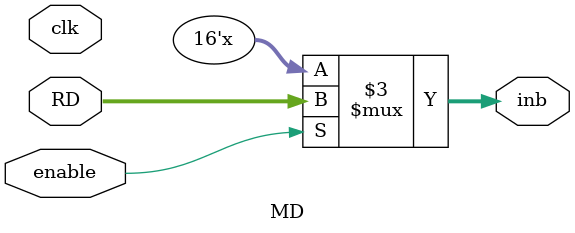
<source format=v>
`timescale 1ns / 1ps
module MD(
input [15:0] RD,
input clk,
input enable,
output reg [15:0] inb
    );

always @(clk) begin
if (enable == 1) begin
    inb <= RD;
end
end

endmodule

</source>
